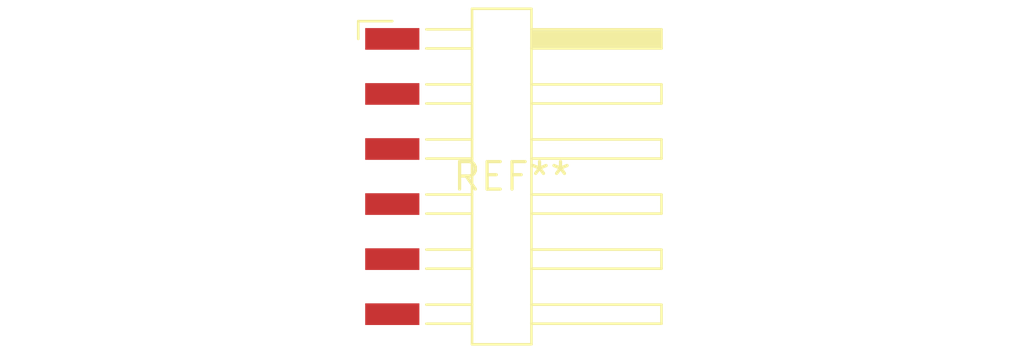
<source format=kicad_pcb>
(kicad_pcb (version 20240108) (generator pcbnew)
  (layers (0 "F.Cu" signal) (31 "B.Cu" signal) (34 "B.Paste" user) (35 "F.Paste" user) (36 "B.SilkS" user "B.Silkscreen") (37 "F.SilkS" user "F.Silkscreen") (38 "B.Mask" user) (39 "F.Mask" user) (44 "Edge.Cuts" user))
  (net 0 "")
  (footprint "Harwin_M20-89006xx_1x06_P2.54mm_Horizontal" (layer "F.Cu") (at 0 0)
    (property "Reference" "REF**")
    (property "Value" "Harwin_M20-89006xx_1x06_P2.54mm_Horizontal")
    (fp_line (start -7.095 -7.17) (end -5.525 -7.17) (layer "F.SilkS") (stroke (width 0.12)))
    (fp_line (start -7.095 -6.35) (end -7.095 -7.17) (layer "F.SilkS") (stroke (width 0.12)))
    (fp_line (start -3.955 -6.79) (end -1.845 -6.79) (layer "F.SilkS") (stroke (width 0.12)))
    (fp_line (start -3.955 -5.91) (end -1.845 -5.91) (layer "F.SilkS") (stroke (width 0.12)))
    (fp_line (start -3.955 -4.25) (end -1.845 -4.25) (layer "F.SilkS") (stroke (width 0.12)))
    (fp_line (start -3.955 -3.37) (end -1.845 -3.37) (layer "F.SilkS") (stroke (width 0.12)))
    (fp_line (start -3.955 -1.71) (end -1.845 -1.71) (layer "F.SilkS") (stroke (width 0.12)))
    (fp_line (start -3.955 -0.83) (end -1.845 -0.83) (layer "F.SilkS") (stroke (width 0.12)))
    (fp_line (start -3.955 0.83) (end -1.845 0.83) (layer "F.SilkS") (stroke (width 0.12)))
    (fp_line (start -3.955 1.71) (end -1.845 1.71) (layer "F.SilkS") (stroke (width 0.12)))
    (fp_line (start -3.955 3.37) (end -1.845 3.37) (layer "F.SilkS") (stroke (width 0.12)))
    (fp_line (start -3.955 4.25) (end -1.845 4.25) (layer "F.SilkS") (stroke (width 0.12)))
    (fp_line (start -3.955 5.91) (end -1.845 5.91) (layer "F.SilkS") (stroke (width 0.12)))
    (fp_line (start -3.955 6.79) (end -1.845 6.79) (layer "F.SilkS") (stroke (width 0.12)))
    (fp_line (start -1.845 -7.74) (end 0.895 -7.74) (layer "F.SilkS") (stroke (width 0.12)))
    (fp_line (start -1.845 7.74) (end -1.845 -7.74) (layer "F.SilkS") (stroke (width 0.12)))
    (fp_line (start 0.895 -7.74) (end 0.895 7.74) (layer "F.SilkS") (stroke (width 0.12)))
    (fp_line (start 0.895 -6.79) (end 6.895 -6.79) (layer "F.SilkS") (stroke (width 0.12)))
    (fp_line (start 0.895 -4.25) (end 6.895 -4.25) (layer "F.SilkS") (stroke (width 0.12)))
    (fp_line (start 0.895 -1.71) (end 6.895 -1.71) (layer "F.SilkS") (stroke (width 0.12)))
    (fp_line (start 0.895 0.83) (end 6.895 0.83) (layer "F.SilkS") (stroke (width 0.12)))
    (fp_line (start 0.895 3.37) (end 6.895 3.37) (layer "F.SilkS") (stroke (width 0.12)))
    (fp_line (start 0.895 5.91) (end 6.895 5.91) (layer "F.SilkS") (stroke (width 0.12)))
    (fp_line (start 0.895 7.74) (end -1.845 7.74) (layer "F.SilkS") (stroke (width 0.12)))
    (fp_line (start 6.895 -6.79) (end 6.895 -5.91) (layer "F.SilkS") (stroke (width 0.12)))
    (fp_line (start 6.895 -5.91) (end 0.895 -5.91) (layer "F.SilkS") (stroke (width 0.12)))
    (fp_line (start 6.895 -4.25) (end 6.895 -3.37) (layer "F.SilkS") (stroke (width 0.12)))
    (fp_line (start 6.895 -3.37) (end 0.895 -3.37) (layer "F.SilkS") (stroke (width 0.12)))
    (fp_line (start 6.895 -1.71) (end 6.895 -0.83) (layer "F.SilkS") (stroke (width 0.12)))
    (fp_line (start 6.895 -0.83) (end 0.895 -0.83) (layer "F.SilkS") (stroke (width 0.12)))
    (fp_line (start 6.895 0.83) (end 6.895 1.71) (layer "F.SilkS") (stroke (width 0.12)))
    (fp_line (start 6.895 1.71) (end 0.895 1.71) (layer "F.SilkS") (stroke (width 0.12)))
    (fp_line (start 6.895 3.37) (end 6.895 4.25) (layer "F.SilkS") (stroke (width 0.12)))
    (fp_line (start 6.895 4.25) (end 0.895 4.25) (layer "F.SilkS") (stroke (width 0.12)))
    (fp_line (start 6.895 5.91) (end 6.895 6.79) (layer "F.SilkS") (stroke (width 0.12)))
    (fp_line (start 6.895 6.79) (end 0.895 6.79) (layer "F.SilkS") (stroke (width 0.12)))
    (pad "" smd rect (at 3.895 -6.35) (size 6 0.76) (layers "F.SilkS"))
    (pad "1" smd rect (at -5.525 -6.35) (size 2.5 1) (layers "F.Cu" "F.Paste" "F.Mask"))
    (pad "2" smd rect (at -5.525 -3.81) (size 2.5 1) (layers "F.Cu" "F.Paste" "F.Mask"))
    (pad "3" smd rect (at -5.525 -1.27) (size 2.5 1) (layers "F.Cu" "F.Paste" "F.Mask"))
    (pad "4" smd rect (at -5.525 1.27) (size 2.5 1) (layers "F.Cu" "F.Paste" "F.Mask"))
    (pad "5" smd rect (at -5.525 3.81) (size 2.5 1) (layers "F.Cu" "F.Paste" "F.Mask"))
    (pad "6" smd rect (at -5.525 6.35) (size 2.5 1) (layers "F.Cu" "F.Paste" "F.Mask"))
  )
)
</source>
